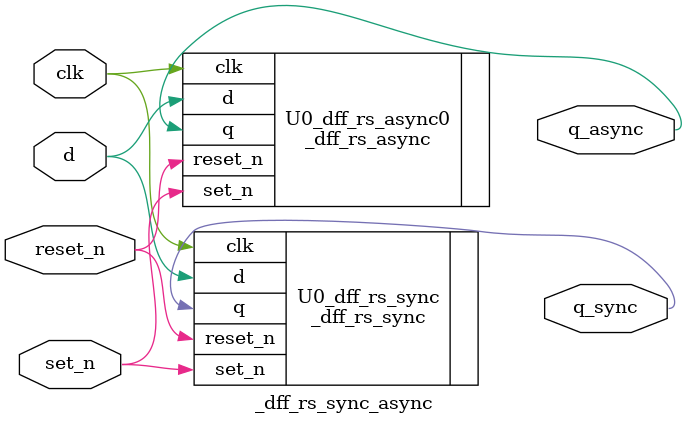
<source format=v>
module _dff_rs_sync_async(clk, set_n, reset_n, d, q_sync, q_async); //The module has sync and async flip flop
	input clk, set_n, reset_n, d;
	output q_sync, q_async;
	
	_dff_rs_sync U0_dff_rs_sync(.clk(clk), //instance sync
		.set_n(set_n), .reset_n(reset_n),
		.d(d), .q(q_sync));
	_dff_rs_async U0_dff_rs_async0(.clk(clk), //instance async
		.set_n(set_n), .reset_n(reset_n),
		.d(d), .q(q_async));
		
endmodule
</source>
